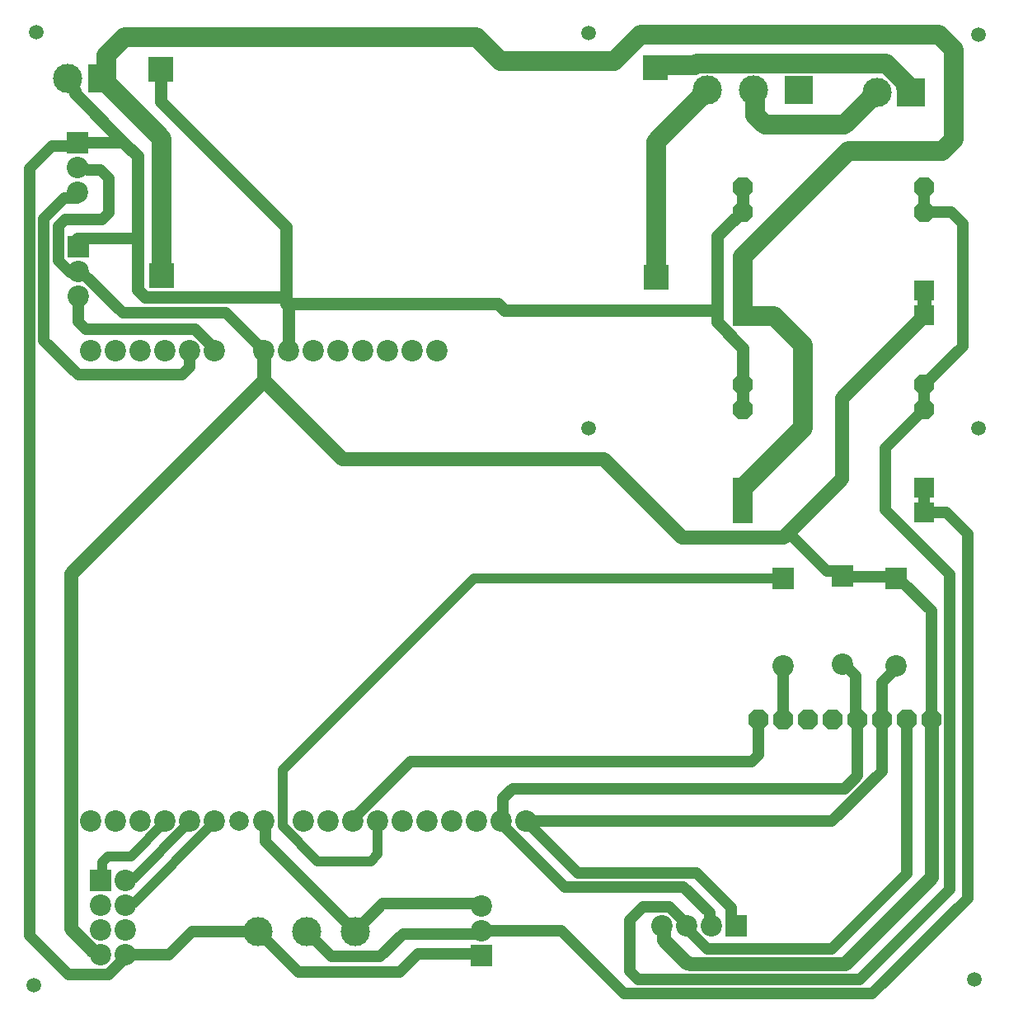
<source format=gbl>
G04*
G04 #@! TF.GenerationSoftware,Altium Limited,Altium Designer,23.0.1 (38)*
G04*
G04 Layer_Physical_Order=2*
G04 Layer_Color=16711680*
%FSLAX42Y42*%
%MOMM*%
G71*
G04*
G04 #@! TF.SameCoordinates,5E3E34A1-7FEC-4214-86D8-9FB3ECCAC709*
G04*
G04*
G04 #@! TF.FilePolarity,Positive*
G04*
G01*
G75*
%ADD18R,2.20X2.20*%
%ADD19C,2.20*%
%ADD24C,3.00*%
%ADD25R,3.00X3.00*%
%ADD33R,3.00X3.00*%
G04:AMPARAMS|DCode=34|XSize=2mm|YSize=2mm|CornerRadius=0mm|HoleSize=0mm|Usage=FLASHONLY|Rotation=0.000|XOffset=0mm|YOffset=0mm|HoleType=Round|Shape=Octagon|*
%AMOCTAGOND34*
4,1,8,1.00,-0.50,1.00,0.50,0.50,1.00,-0.50,1.00,-1.00,0.50,-1.00,-0.50,-0.50,-1.00,0.50,-1.00,1.00,-0.50,0.0*
%
%ADD34OCTAGOND34*%

%ADD35R,2.00X2.00*%
%ADD36R,2.50X2.50*%
%ADD37C,2.00*%
%ADD38R,2.20X2.20*%
%ADD39C,1.52*%
G04:AMPARAMS|DCode=40|XSize=2mm|YSize=2mm|CornerRadius=0mm|HoleSize=0mm|Usage=FLASHONLY|Rotation=270.000|XOffset=0mm|YOffset=0mm|HoleType=Round|Shape=Octagon|*
%AMOCTAGOND40*
4,1,8,-0.50,-1.00,0.50,-1.00,1.00,-0.50,1.00,0.50,0.50,1.00,-0.50,1.00,-1.00,0.50,-1.00,-0.50,-0.50,-1.00,0.0*
%
%ADD40OCTAGOND40*%

%ADD41C,1.00*%
%ADD42C,1.20*%
%ADD43C,1.30*%
%ADD44C,1.40*%
%ADD45C,2.00*%
D18*
X9818Y5955D02*
D03*
D19*
X9564D02*
D03*
X9310D02*
D03*
X9056D02*
D03*
X4969Y7029D02*
D03*
X4461D02*
D03*
X4207D02*
D03*
X3953D02*
D03*
X3699D02*
D03*
X3445D02*
D03*
X3191D02*
D03*
X7661D02*
D03*
X7407D02*
D03*
X7153D02*
D03*
X6899D02*
D03*
X6645D02*
D03*
X6391D02*
D03*
X6137D02*
D03*
X5883D02*
D03*
X5629D02*
D03*
X5375D02*
D03*
X3191Y11855D02*
D03*
X3445D02*
D03*
X3699D02*
D03*
X3953D02*
D03*
X4207D02*
D03*
X4461D02*
D03*
X4969D02*
D03*
X5223D02*
D03*
X5477D02*
D03*
X5731D02*
D03*
X5985D02*
D03*
X6239D02*
D03*
X6493D02*
D03*
X6747D02*
D03*
X3060Y12669D02*
D03*
Y12415D02*
D03*
X3055Y13740D02*
D03*
Y13486D02*
D03*
X7205Y6163D02*
D03*
Y5909D02*
D03*
X3550Y5657D02*
D03*
X3296D02*
D03*
X3550Y5911D02*
D03*
Y6165D02*
D03*
X3296Y5911D02*
D03*
Y6165D02*
D03*
X3550Y6419D02*
D03*
X11460Y8625D02*
D03*
X10910Y8645D02*
D03*
X10305Y8625D02*
D03*
D24*
X11265Y14510D02*
D03*
X9525Y14530D02*
D03*
X9995D02*
D03*
X2955Y14650D02*
D03*
X5405Y5900D02*
D03*
X4905D02*
D03*
X5905D02*
D03*
D25*
X10465Y14530D02*
D03*
D33*
X11615Y14510D02*
D03*
X3305Y14650D02*
D03*
D34*
X11750Y11260D02*
D03*
X9890Y11510D02*
D03*
X11750D02*
D03*
X9890Y11260D02*
D03*
X11750Y13285D02*
D03*
X9890Y13535D02*
D03*
X11750D02*
D03*
X9890Y13285D02*
D03*
D35*
X11750Y10200D02*
D03*
Y10450D02*
D03*
X9890Y10190D02*
D03*
X9890Y10450D02*
D03*
X11750Y12225D02*
D03*
Y12475D02*
D03*
X9890Y12215D02*
D03*
X9890Y12475D02*
D03*
D36*
X3919Y12628D02*
D03*
X3907Y14749D02*
D03*
X8987Y14762D02*
D03*
X8999Y12616D02*
D03*
D37*
X4715Y7029D02*
D03*
D38*
X3060Y12923D02*
D03*
X3055Y13994D02*
D03*
X7205Y5655D02*
D03*
X3296Y6419D02*
D03*
X11460Y9525D02*
D03*
X10910Y9545D02*
D03*
X10305Y9525D02*
D03*
D39*
X12305Y15100D02*
D03*
X2610Y5345D02*
D03*
X2630Y15125D02*
D03*
X8305Y15120D02*
D03*
X12270Y5410D02*
D03*
X12305Y11065D02*
D03*
X8305D02*
D03*
D40*
X10049Y8077D02*
D03*
X10303D02*
D03*
X10557D02*
D03*
X10811D02*
D03*
X11065D02*
D03*
X11319D02*
D03*
X11573D02*
D03*
X11827D02*
D03*
D41*
X3550Y6165D02*
X3573Y6188D01*
X3628D01*
X5160Y6982D02*
Y7560D01*
Y6982D02*
X5522Y6620D01*
X6065D01*
X6137Y6692D01*
Y7029D01*
X5160Y7560D02*
X7125Y9525D01*
X4461Y7021D02*
Y7029D01*
X3628Y6188D02*
X4461Y7021D01*
X4207D02*
Y7029D01*
X3628Y6442D02*
X4207Y7021D01*
X3573Y6442D02*
X3628D01*
X3550Y6419D02*
X3573Y6442D01*
X3296Y6419D02*
X3310Y6433D01*
Y6611D01*
X3369Y6670D02*
X3602D01*
X3310Y6611D02*
X3369Y6670D01*
X3602D02*
X3953Y7021D01*
Y7029D01*
X7125Y9525D02*
X10305D01*
D42*
X3156Y13710D02*
X3295D01*
X3375Y13275D02*
Y13630D01*
X3295Y13710D02*
X3375Y13630D01*
X3096Y12660D02*
Y12669D01*
X3052Y13007D02*
X3663D01*
X3670Y13000D01*
X3520Y12245D02*
X4579D01*
X3060Y12669D02*
X3096D01*
X3115Y12650D02*
X3520Y12245D01*
X3106Y12650D02*
X3115D01*
X3096Y12660D02*
X3106Y12650D01*
X2711Y13213D02*
X2920Y13421D01*
X2860Y12780D02*
Y13135D01*
X2930Y13205D01*
X3305D02*
X3375Y13275D01*
X2930Y13205D02*
X3305D01*
X8975Y6150D02*
X9137D01*
X11094Y5409D02*
X12012Y6327D01*
X8811Y5409D02*
X11094D01*
X9310Y5933D02*
Y5977D01*
X9137Y6150D02*
X9310Y5977D01*
X11573Y6493D02*
Y8077D01*
X10800Y5720D02*
X11573Y6493D01*
X9523Y5720D02*
X10800D01*
X9310Y5933D02*
X9523Y5720D01*
X8730Y5490D02*
X8811Y5409D01*
X8730Y6015D02*
X8865Y6150D01*
X8975D02*
X8975Y6150D01*
X8865Y6150D02*
X8975D01*
X8730Y5490D02*
Y6015D01*
X8670Y5260D02*
X11220D01*
X8021Y5909D02*
X8670Y5260D01*
X11220D02*
X12195Y6235D01*
X12012Y6327D02*
Y9563D01*
X10750Y9595D02*
X10860D01*
X10920Y9535D01*
X10350Y9995D02*
X10750Y9595D01*
X3055Y13994D02*
X3533D01*
X2795Y13955D02*
X3029D01*
X3074Y13721D02*
X3145D01*
X3156Y13710D01*
X3055Y13740D02*
X3074Y13721D01*
X3060Y12156D02*
Y12415D01*
X11460Y9525D02*
X11510Y9475D01*
X11450Y9535D02*
X11460Y9525D01*
X2860Y12780D02*
X2975Y12665D01*
X2920Y13421D02*
X3055D01*
X2566Y5854D02*
X2958Y5462D01*
X2566Y13726D02*
X2795Y13955D01*
X2711Y11964D02*
Y13213D01*
Y11964D02*
X3065Y11610D01*
X2566Y5854D02*
Y13726D01*
X3141Y12075D02*
X4263D01*
X3060Y12156D02*
X3141Y12075D01*
X8059Y6355D02*
X9280D01*
X7407Y7007D02*
X8059Y6355D01*
X9280D02*
X9545Y6090D01*
X9414Y6501D02*
X9768Y6147D01*
X7661Y7029D02*
X8190Y6501D01*
X9414D01*
X7661Y7029D02*
X10805D01*
X11827Y8077D02*
Y9188D01*
X11319Y7543D02*
Y8457D01*
X11540Y9475D02*
X11827Y9188D01*
X10805Y7029D02*
X11319Y7543D01*
X11350Y10225D02*
X12012Y9563D01*
X11350Y10225D02*
Y10860D01*
X11750Y11260D01*
X12145Y11905D02*
Y13165D01*
X11750Y11510D02*
X12145Y11905D01*
X12030Y13280D02*
X12145Y13165D01*
X11755Y13280D02*
X12030D01*
X12195Y6235D02*
Y9980D01*
X11975Y10200D02*
X12195Y9980D01*
X3065Y11610D02*
X4130D01*
X4206Y11854D02*
X4207Y11855D01*
X4206Y11686D02*
Y11854D01*
X4130Y11610D02*
X4206Y11686D01*
X2958Y5462D02*
X3377D01*
X3550Y5635D02*
Y5657D01*
X3377Y5462D02*
X3550Y5635D01*
X4263Y12075D02*
X4461Y11877D01*
X4579Y12245D02*
X4969Y11855D01*
X4461D02*
Y11877D01*
X6396Y5871D02*
X7205D01*
X11750Y10200D02*
X11975D01*
X11750Y13285D02*
Y13535D01*
Y13285D02*
X11755Y13280D01*
X11750Y11260D02*
Y11510D01*
X11510Y9475D02*
X11540D01*
X7205Y5909D02*
X8021D01*
X7190Y5670D02*
X7205Y5655D01*
X6555Y5670D02*
X7190D01*
X6365Y5480D02*
X6555Y5670D01*
X5325Y5480D02*
X6365D01*
X4905Y5900D02*
X5325Y5480D01*
X5405Y5900D02*
X5665Y5640D01*
X6165D01*
X6396Y5871D01*
X4235Y5900D02*
X4905D01*
X3550Y5657D02*
X3992D01*
X4235Y5900D01*
X9545Y5974D02*
X9564Y5955D01*
X9545Y5974D02*
Y6090D01*
X9768Y6005D02*
X9818Y5955D01*
X9768Y6005D02*
Y6147D01*
X7407Y7007D02*
Y7029D01*
X6189Y6184D02*
X7205D01*
X5905Y5900D02*
X6189Y6184D01*
X4988Y6817D02*
Y7010D01*
Y6817D02*
X5905Y5900D01*
X4969Y7029D02*
X4988Y7010D01*
X4950D02*
X4969Y7029D01*
X5883Y7051D02*
X6472Y7640D01*
X9979D01*
X10049Y7710D01*
Y8077D01*
X5883Y7029D02*
Y7051D01*
X11065Y7495D02*
Y8077D01*
X10935Y7365D02*
X11065Y7495D01*
X7525Y7365D02*
X10935D01*
X7427Y7267D02*
X7525Y7365D01*
X7427Y7048D02*
Y7267D01*
X7407Y7029D02*
X7427Y7048D01*
X10920Y9535D02*
X11450D01*
X11050Y8092D02*
Y8525D01*
X10930Y8645D02*
X11050Y8525D01*
X10910Y8645D02*
X10930D01*
X11050Y8092D02*
X11065Y8077D01*
X11319Y8457D02*
X11460Y8598D01*
Y8625D01*
X10304Y8078D02*
Y8624D01*
X10303Y8077D02*
X10304Y8078D01*
Y8624D02*
X10305Y8625D01*
X11750Y10200D02*
Y10450D01*
D43*
X3670Y12486D02*
Y13039D01*
X3030Y14497D02*
X3533Y13994D01*
X3670Y13857D01*
X3030Y14497D02*
Y14529D01*
X2955Y14604D02*
X3030Y14529D01*
X2955Y14604D02*
Y14650D01*
X3746Y12410D02*
X5195D01*
X3670Y12486D02*
X3746Y12410D01*
X5195Y12343D02*
Y12410D01*
Y13125D01*
X5197Y12343D02*
X5223Y12317D01*
X7444Y12275D02*
X9625D01*
X7376Y12343D02*
X7444Y12275D01*
X5195Y12343D02*
X7376D01*
X3670Y13000D02*
Y13857D01*
X3907Y14413D02*
X5195Y13125D01*
X5223Y11855D02*
Y12317D01*
X3907Y14413D02*
Y14749D01*
X9625Y12275D02*
Y13035D01*
Y12152D02*
Y12275D01*
X9717Y13127D02*
X9720D01*
X9878Y13285D01*
X9625Y13035D02*
X9717Y13127D01*
X9878Y13285D02*
X9890D01*
X9625Y12152D02*
X9890Y11887D01*
Y13285D02*
Y13535D01*
Y11510D02*
Y11887D01*
Y11260D02*
Y11510D01*
D44*
X11827Y6457D02*
Y8077D01*
X9345Y5565D02*
X10935D01*
X11827Y6457D01*
X9310Y5575D02*
X9335D01*
X9345Y5565D01*
X9071Y5814D02*
X9310Y5575D01*
X9071Y5814D02*
Y5940D01*
X10350Y9995D02*
X10905Y10550D01*
X9056Y5955D02*
X9071Y5940D01*
X2986Y5931D02*
X3211Y5706D01*
X2986Y5931D02*
Y9573D01*
X4969Y11556D01*
X3274Y5657D02*
X3296D01*
X3226Y5706D02*
X3274Y5657D01*
X3211Y5706D02*
X3226D01*
X10300Y9945D02*
X10350Y9995D01*
X4969Y11556D02*
Y11855D01*
Y11556D02*
X5775Y10750D01*
X8460D02*
X9265Y9945D01*
X5775Y10750D02*
X8460D01*
X9265Y9945D02*
X10300D01*
X10905Y10550D02*
Y11380D01*
X11750Y12225D01*
Y12475D01*
D45*
X3540Y15075D02*
X7155D01*
X3355Y14890D02*
X3540Y15075D01*
X3305Y14650D02*
X3355Y14700D01*
Y14890D01*
X11938Y13905D02*
X12055Y14022D01*
Y14950D01*
X10975Y13905D02*
X11938D01*
X10505Y11065D02*
Y11918D01*
X10208Y12215D02*
X10505Y11918D01*
X9890Y10450D02*
X9890Y10450D01*
X10505Y11065D01*
X3305Y14650D02*
X3919Y14036D01*
Y12628D02*
Y14036D01*
X8565Y14830D02*
X8840Y15105D01*
X11900D01*
X7400Y14830D02*
X8565D01*
X7155Y15075D02*
X7400Y14830D01*
X8999Y14004D02*
X9525Y14530D01*
X8999Y12616D02*
Y14004D01*
X9890Y12215D02*
Y12475D01*
Y12820D02*
X10975Y13905D01*
X9890Y12475D02*
Y12820D01*
X9890Y12215D02*
X10208D01*
X9890Y10190D02*
Y10450D01*
Y12215D02*
X9890Y12215D01*
X11900Y15105D02*
X12055Y14950D01*
X11359Y14805D02*
X11565Y14599D01*
X9411Y14805D02*
X11359D01*
X11565Y14560D02*
Y14599D01*
X9012Y14787D02*
X9393D01*
X8987Y14762D02*
X9012Y14787D01*
X9393D02*
X9411Y14805D01*
X9995Y14530D02*
X10014Y14511D01*
Y14273D02*
X10112Y14175D01*
X10014Y14273D02*
Y14511D01*
X10112Y14175D02*
X10930D01*
X11265Y14510D01*
X11565Y14560D02*
X11615Y14510D01*
M02*

</source>
